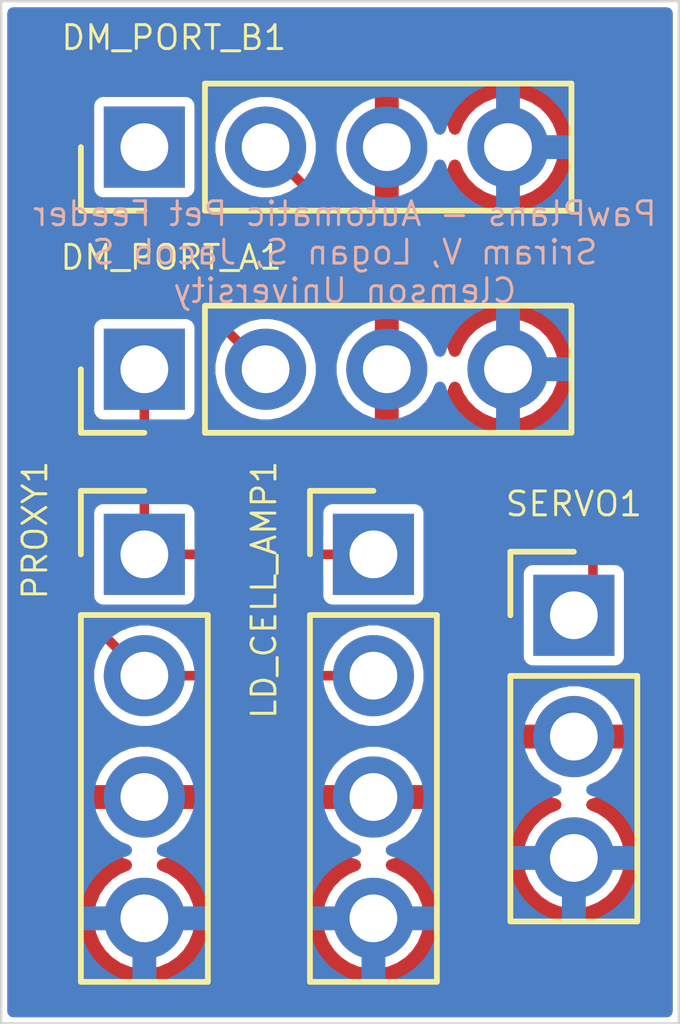
<source format=kicad_pcb>
(kicad_pcb (version 20241229) (generator "pcbnew") (generator_version "9.0")
  (title_block (title "PawPlans - Automatic Pet Feeder") (date "2025-03-14") (rev "0.5.0") (company "Clemson University") (comment 1 "Sriram Vishnubhotla, Logan Swoyer") (comment 2 "Team Happy Pets"))
  (layers (0 "F.Cu" signal) (2 "B.Cu" signal) (13 "F.Paste" user) (15 "B.Paste" user) (5 "F.SilkS" user "F.Silkscreen") (7 "B.SilkS" user "B.Silkscreen") (1 "F.Mask" user) (3 "B.Mask" user) (25 "Edge.Cuts" user))
  (net 0 "")
  (net 1 "/SCL")
  (net 2 "/SDA")
  (net 3 "/IN")
  (net 4 "/OUT")
  (net 5 "/GND")
  (net 6 "/5V")
  (footprint "Connector_PinHeader_2.54mm:PinHeader_1x04_P2.54mm_Vertical" (layer "F.Cu") (at 100 63.65 90)
    (property "Reference" "DM_PORT_A1" (at 2.05 -1.8 0) (layer "F.SilkS") (effects (font (size 0.5 0.5) (thickness 0.0625)) (justify left bottom)))
    (property "Value" "Conn_01x04" (hide yes))
    (fp_line (start -1.33 -1.33) (end 0 -1.33) (stroke (width 0.12)) (layer "F.SilkS"))
    (fp_line (start -1.33 0) (end -1.33 -1.33) (stroke (width 0.12)) (layer "F.SilkS"))
    (fp_line (start 1.33 1.27) (end 1.33 8.95) (stroke (width 0.12)) (layer "F.SilkS"))
    (fp_line (start -1.33 1.27) (end 1.33 1.27) (stroke (width 0.12)) (layer "F.SilkS"))
    (fp_line (start -1.33 1.27) (end -1.33 8.95) (stroke (width 0.12)) (layer "F.SilkS"))
    (fp_line (start -1.33 8.95) (end 1.33 8.95) (stroke (width 0.12)) (layer "F.SilkS"))
    (pad "1" thru_hole rect (at 0 0 90) (size 1.7 1.7) (drill 1) (layers "*.Cu" "*.Mask") (net 1 "/SCL"))
    (pad "2" thru_hole oval (at 0 2.54 90) (size 1.7 1.7) (drill 1) (layers "*.Cu" "*.Mask") (net 2 "/SDA"))
    (pad "3" thru_hole oval (at 0 5.08 90) (size 1.7 1.7) (drill 1) (layers "*.Cu" "*.Mask") (net 6 "/5V"))
    (pad "4" thru_hole oval (at 0 7.62 90) (size 1.7 1.7) (drill 1) (layers "*.Cu" "*.Mask") (net 5 "/GND"))
  )
  (footprint "Connector_PinHeader_2.54mm:PinHeader_1x04_P2.54mm_Vertical" (layer "F.Cu") (at 100 59 90)
    (property "Reference" "DM_PORT_B1" (at 2 -1.78 180) (layer "F.SilkS") (effects (font (size 0.5 0.5) (thickness 0.0625)) (justify left bottom)))
    (property "Value" "Conn_01x04" (hide yes))
    (fp_line (start -1.33 -1.33) (end 0 -1.33) (stroke (width 0.12)) (layer "F.SilkS"))
    (fp_line (start -1.33 0) (end -1.33 -1.33) (stroke (width 0.12)) (layer "F.SilkS"))
    (fp_line (start 1.33 1.27) (end 1.33 8.95) (stroke (width 0.12)) (layer "F.SilkS"))
    (fp_line (start -1.33 1.27) (end 1.33 1.27) (stroke (width 0.12)) (layer "F.SilkS"))
    (fp_line (start -1.33 1.27) (end -1.33 8.95) (stroke (width 0.12)) (layer "F.SilkS"))
    (fp_line (start -1.33 8.95) (end 1.33 8.95) (stroke (width 0.12)) (layer "F.SilkS"))
    (pad "1" thru_hole rect (at 0 0 90) (size 1.7 1.7) (drill 1) (layers "*.Cu" "*.Mask") (net 3 "/IN"))
    (pad "2" thru_hole oval (at 0 2.54 90) (size 1.7 1.7) (drill 1) (layers "*.Cu" "*.Mask") (net 4 "/OUT"))
    (pad "3" thru_hole oval (at 0 5.08 90) (size 1.7 1.7) (drill 1) (layers "*.Cu" "*.Mask") (net 6 "/5V"))
    (pad "4" thru_hole oval (at 0 7.62 90) (size 1.7 1.7) (drill 1) (layers "*.Cu" "*.Mask") (net 5 "/GND"))
  )
  (footprint "Connector_PinHeader_2.54mm:PinHeader_1x04_P2.54mm_Vertical" (layer "F.Cu") (at 104.8 67.525)
    (property "Reference" "LD_CELL_AMP1" (at -2 -2 90) (layer "F.SilkS") (effects (font (size 0.5 0.5) (thickness 0.0625)) (justify right bottom)))
    (property "Value" "Conn_01x04" (hide yes))
    (fp_line (start -1.33 -1.33) (end 0 -1.33) (stroke (width 0.12)) (layer "F.SilkS"))
    (fp_line (start -1.33 0) (end -1.33 -1.33) (stroke (width 0.12)) (layer "F.SilkS"))
    (fp_line (start -1.33 1.27) (end -1.33 8.95) (stroke (width 0.12)) (layer "F.SilkS"))
    (fp_line (start -1.33 1.27) (end 1.33 1.27) (stroke (width 0.12)) (layer "F.SilkS"))
    (fp_line (start -1.33 8.95) (end 1.33 8.95) (stroke (width 0.12)) (layer "F.SilkS"))
    (fp_line (start 1.33 1.27) (end 1.33 8.95) (stroke (width 0.12)) (layer "F.SilkS"))
    (pad "1" thru_hole rect (at 0 0) (size 1.7 1.7) (drill 1) (layers "*.Cu" "*.Mask") (net 1 "/SCL"))
    (pad "2" thru_hole oval (at 0 2.54) (size 1.7 1.7) (drill 1) (layers "*.Cu" "*.Mask") (net 2 "/SDA"))
    (pad "3" thru_hole oval (at 0 5.08) (size 1.7 1.7) (drill 1) (layers "*.Cu" "*.Mask") (net 6 "/5V"))
    (pad "4" thru_hole oval (at 0 7.62) (size 1.7 1.7) (drill 1) (layers "*.Cu" "*.Mask") (net 5 "/GND"))
  )
  (footprint "Connector_PinHeader_2.54mm:PinHeader_1x03_P2.54mm_Vertical" (layer "F.Cu") (at 109 68.8)
    (property "Reference" "SERVO1" (at 0 -2.33 0) (layer "F.SilkS") (effects (font (size 0.5 0.5) (thickness 0.0625))))
    (property "Value" "Conn_01x03" (hide yes))
    (fp_line (start -1.33 -1.33) (end 0 -1.33) (stroke (width 0.12)) (layer "F.SilkS"))
    (fp_line (start -1.33 0) (end -1.33 -1.33) (stroke (width 0.12)) (layer "F.SilkS"))
    (fp_line (start -1.33 1.27) (end -1.33 6.41) (stroke (width 0.12)) (layer "F.SilkS"))
    (fp_line (start -1.33 1.27) (end 1.33 1.27) (stroke (width 0.12)) (layer "F.SilkS"))
    (fp_line (start -1.33 6.41) (end 1.33 6.41) (stroke (width 0.12)) (layer "F.SilkS"))
    (fp_line (start 1.33 1.27) (end 1.33 6.41) (stroke (width 0.12)) (layer "F.SilkS"))
    (pad "1" thru_hole rect (at 0 0) (size 1.7 1.7) (drill 1) (layers "*.Cu" "*.Mask") (net 4 "/OUT"))
    (pad "2" thru_hole oval (at 0 2.54) (size 1.7 1.7) (drill 1) (layers "*.Cu" "*.Mask") (net 6 "/5V"))
    (pad "3" thru_hole oval (at 0 5.08) (size 1.7 1.7) (drill 1) (layers "*.Cu" "*.Mask") (net 5 "/GND"))
  )
  (footprint "Connector_PinHeader_2.54mm:PinHeader_1x04_P2.54mm_Vertical" (layer "F.Cu") (at 100 67.525)
    (property "Reference" "PROXY1" (at -2 -2 90) (layer "F.SilkS") (effects (font (size 0.5 0.5) (thickness 0.0625)) (justify right bottom)))
    (property "Value" "Conn_01x04" (hide yes))
    (fp_line (start -1.33 -1.33) (end 0 -1.33) (stroke (width 0.12)) (layer "F.SilkS"))
    (fp_line (start -1.33 0) (end -1.33 -1.33) (stroke (width 0.12)) (layer "F.SilkS"))
    (fp_line (start -1.33 1.27) (end -1.33 8.95) (stroke (width 0.12)) (layer "F.SilkS"))
    (fp_line (start -1.33 1.27) (end 1.33 1.27) (stroke (width 0.12)) (layer "F.SilkS"))
    (fp_line (start -1.33 8.95) (end 1.33 8.95) (stroke (width 0.12)) (layer "F.SilkS"))
    (fp_line (start 1.33 1.27) (end 1.33 8.95) (stroke (width 0.12)) (layer "F.SilkS"))
    (pad "1" thru_hole rect (at 0 0) (size 1.7 1.7) (drill 1) (layers "*.Cu" "*.Mask") (net 1 "/SCL"))
    (pad "2" thru_hole oval (at 0 2.54) (size 1.7 1.7) (drill 1) (layers "*.Cu" "*.Mask") (net 2 "/SDA"))
    (pad "3" thru_hole oval (at 0 5.08) (size 1.7 1.7) (drill 1) (layers "*.Cu" "*.Mask") (net 6 "/5V"))
    (pad "4" thru_hole oval (at 0 7.62) (size 1.7 1.7) (drill 1) (layers "*.Cu" "*.Mask") (net 5 "/GND"))
  )
  (gr_rect (start 97 55.945) (end 111.2 77.345) (stroke (width 0.05)) (fill no) (layer "Edge.Cuts"))
  (gr_text "PawPlans - Automatic Pet Feeder\nSriram V, Logan S, Jacob S\nClemson University" (at 104.2 61.2 0) (layer "B.SilkS") (effects (font (size 0.5 0.5) (thickness 0.0625)) (justify mirror)))
  (segment (start 100 63.65) (end 100 67.525) (width 0.2) (layer "F.Cu") (net 1))
  (segment (start 100 67.525) (end 104.8 67.525) (width 0.2) (layer "F.Cu") (net 1))
  (segment (start 100 70.065) (end 104.8 70.065) (width 0.2) (layer "F.Cu") (net 2))
  (segment (start 102.54 63.65) (end 100.89 62) (width 0.2) (layer "F.Cu") (net 2))
  (segment (start 100.89 62) (end 98.4 62) (width 0.2) (layer "F.Cu") (net 2))
  (segment (start 98.4 68.465) (end 100 70.065) (width 0.2) (layer "F.Cu") (net 2))
  (segment (start 98.4 62) (end 98.4 68.465) (width 0.2) (layer "F.Cu") (net 2))
  (segment (start 102.54 59) (end 105.54 62) (width 0.2) (layer "F.Cu") (net 4))
  (segment (start 109.4 68.4) (end 109 68.8) (width 0.2) (layer "F.Cu") (net 4))
  (segment (start 105.54 62) (end 108.4 62) (width 0.2) (layer "F.Cu") (net 4))
  (segment (start 108.4 62) (end 109.4 63) (width 0.2) (layer "F.Cu") (net 4))
  (segment (start 109.4 63) (end 109.4 68.4) (width 0.2) (layer "F.Cu") (net 4))
  (zone (net 6) (net_name "/5V") (layer "F.Cu") (connect_pads (clearance 0)) (min_thickness 0.25) (fill yes (thermal_gap 0.5) (thermal_bridge_width 0.5))
    (polygon (pts (xy 97 55.95) (xy 97 77.345) (xy 111.2 77.345) (xy 111.2 55.95)))
  )
  (zone (net 5) (net_name "/GND") (layer "B.Cu") (priority 1) (connect_pads (clearance 0)) (min_thickness 0.25) (fill yes (thermal_gap 0.5) (thermal_bridge_width 0.5))
    (polygon (pts (xy 97 55.93) (xy 97 77.345) (xy 111.2 77.345) (xy 111.2 55.93)))
  )
)
</source>
